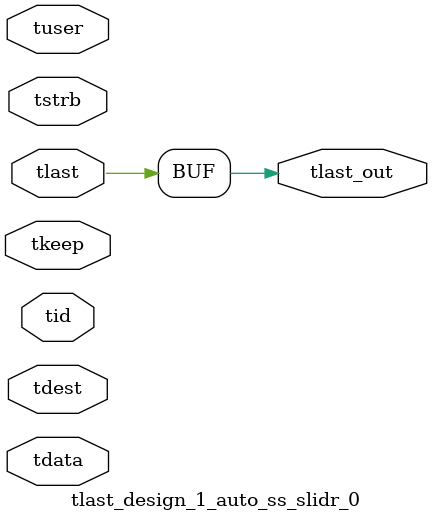
<source format=v>


`timescale 1ps/1ps

module tlast_design_1_auto_ss_slidr_0 #
(
parameter C_S_AXIS_TID_WIDTH   = 1,
parameter C_S_AXIS_TUSER_WIDTH = 0,
parameter C_S_AXIS_TDATA_WIDTH = 0,
parameter C_S_AXIS_TDEST_WIDTH = 0
)
(
input  [(C_S_AXIS_TID_WIDTH   == 0 ? 1 : C_S_AXIS_TID_WIDTH)-1:0       ] tid,
input  [(C_S_AXIS_TDATA_WIDTH == 0 ? 1 : C_S_AXIS_TDATA_WIDTH)-1:0     ] tdata,
input  [(C_S_AXIS_TUSER_WIDTH == 0 ? 1 : C_S_AXIS_TUSER_WIDTH)-1:0     ] tuser,
input  [(C_S_AXIS_TDEST_WIDTH == 0 ? 1 : C_S_AXIS_TDEST_WIDTH)-1:0     ] tdest,
input  [(C_S_AXIS_TDATA_WIDTH/8)-1:0 ] tkeep,
input  [(C_S_AXIS_TDATA_WIDTH/8)-1:0 ] tstrb,
input  [0:0]                                                             tlast,
output                                                                   tlast_out
);

assign tlast_out = {tlast};

endmodule


</source>
